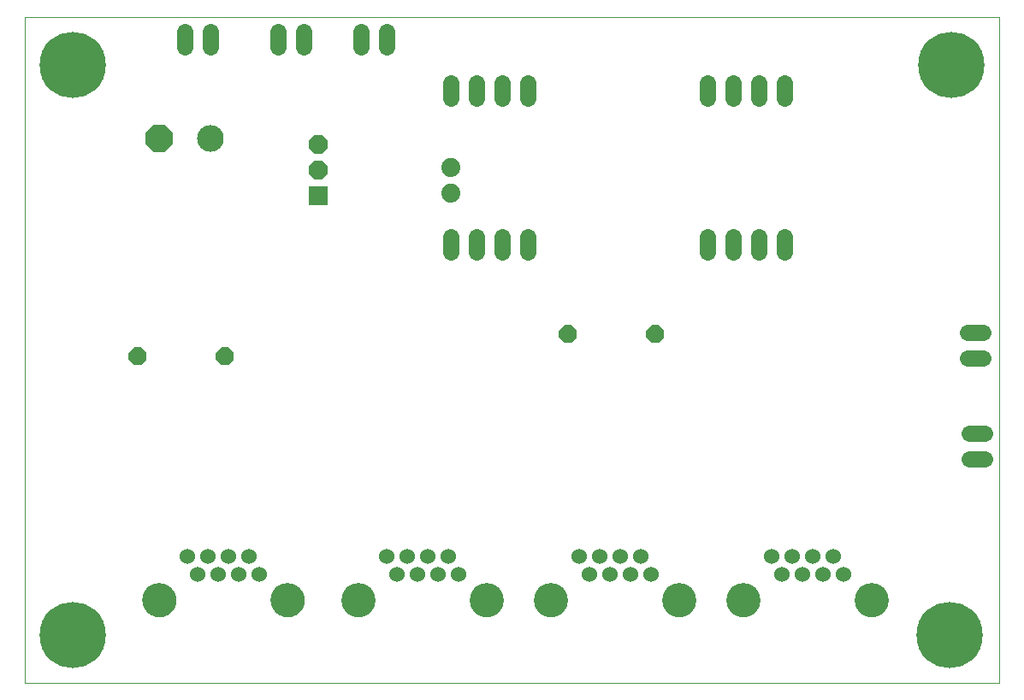
<source format=gbs>
G75*
%MOIN*%
%OFA0B0*%
%FSLAX25Y25*%
%IPPOS*%
%LPD*%
%AMOC8*
5,1,8,0,0,1.08239X$1,22.5*
%
%ADD10C,0.00000*%
%ADD11C,0.10400*%
%ADD12OC8,0.10400*%
%ADD13OC8,0.07000*%
%ADD14C,0.25800*%
%ADD15C,0.06337*%
%ADD16C,0.07400*%
%ADD17R,0.07487X0.07487*%
%ADD18OC8,0.07487*%
%ADD19C,0.13200*%
%ADD20C,0.06000*%
D10*
X0002600Y0002600D02*
X0002600Y0262561D01*
X0382551Y0262561D01*
X0382551Y0002600D01*
X0002600Y0002600D01*
X0048700Y0035100D02*
X0048702Y0035260D01*
X0048708Y0035419D01*
X0048718Y0035578D01*
X0048732Y0035737D01*
X0048750Y0035896D01*
X0048771Y0036054D01*
X0048797Y0036211D01*
X0048827Y0036368D01*
X0048860Y0036524D01*
X0048898Y0036679D01*
X0048939Y0036833D01*
X0048984Y0036986D01*
X0049033Y0037138D01*
X0049086Y0037289D01*
X0049142Y0037438D01*
X0049203Y0037586D01*
X0049266Y0037732D01*
X0049334Y0037877D01*
X0049405Y0038020D01*
X0049479Y0038161D01*
X0049557Y0038300D01*
X0049639Y0038437D01*
X0049724Y0038572D01*
X0049812Y0038705D01*
X0049904Y0038836D01*
X0049998Y0038964D01*
X0050096Y0039090D01*
X0050197Y0039214D01*
X0050301Y0039335D01*
X0050408Y0039453D01*
X0050518Y0039569D01*
X0050631Y0039682D01*
X0050747Y0039792D01*
X0050865Y0039899D01*
X0050986Y0040003D01*
X0051110Y0040104D01*
X0051236Y0040202D01*
X0051364Y0040296D01*
X0051495Y0040388D01*
X0051628Y0040476D01*
X0051763Y0040561D01*
X0051900Y0040643D01*
X0052039Y0040721D01*
X0052180Y0040795D01*
X0052323Y0040866D01*
X0052468Y0040934D01*
X0052614Y0040997D01*
X0052762Y0041058D01*
X0052911Y0041114D01*
X0053062Y0041167D01*
X0053214Y0041216D01*
X0053367Y0041261D01*
X0053521Y0041302D01*
X0053676Y0041340D01*
X0053832Y0041373D01*
X0053989Y0041403D01*
X0054146Y0041429D01*
X0054304Y0041450D01*
X0054463Y0041468D01*
X0054622Y0041482D01*
X0054781Y0041492D01*
X0054940Y0041498D01*
X0055100Y0041500D01*
X0055260Y0041498D01*
X0055419Y0041492D01*
X0055578Y0041482D01*
X0055737Y0041468D01*
X0055896Y0041450D01*
X0056054Y0041429D01*
X0056211Y0041403D01*
X0056368Y0041373D01*
X0056524Y0041340D01*
X0056679Y0041302D01*
X0056833Y0041261D01*
X0056986Y0041216D01*
X0057138Y0041167D01*
X0057289Y0041114D01*
X0057438Y0041058D01*
X0057586Y0040997D01*
X0057732Y0040934D01*
X0057877Y0040866D01*
X0058020Y0040795D01*
X0058161Y0040721D01*
X0058300Y0040643D01*
X0058437Y0040561D01*
X0058572Y0040476D01*
X0058705Y0040388D01*
X0058836Y0040296D01*
X0058964Y0040202D01*
X0059090Y0040104D01*
X0059214Y0040003D01*
X0059335Y0039899D01*
X0059453Y0039792D01*
X0059569Y0039682D01*
X0059682Y0039569D01*
X0059792Y0039453D01*
X0059899Y0039335D01*
X0060003Y0039214D01*
X0060104Y0039090D01*
X0060202Y0038964D01*
X0060296Y0038836D01*
X0060388Y0038705D01*
X0060476Y0038572D01*
X0060561Y0038437D01*
X0060643Y0038300D01*
X0060721Y0038161D01*
X0060795Y0038020D01*
X0060866Y0037877D01*
X0060934Y0037732D01*
X0060997Y0037586D01*
X0061058Y0037438D01*
X0061114Y0037289D01*
X0061167Y0037138D01*
X0061216Y0036986D01*
X0061261Y0036833D01*
X0061302Y0036679D01*
X0061340Y0036524D01*
X0061373Y0036368D01*
X0061403Y0036211D01*
X0061429Y0036054D01*
X0061450Y0035896D01*
X0061468Y0035737D01*
X0061482Y0035578D01*
X0061492Y0035419D01*
X0061498Y0035260D01*
X0061500Y0035100D01*
X0061498Y0034940D01*
X0061492Y0034781D01*
X0061482Y0034622D01*
X0061468Y0034463D01*
X0061450Y0034304D01*
X0061429Y0034146D01*
X0061403Y0033989D01*
X0061373Y0033832D01*
X0061340Y0033676D01*
X0061302Y0033521D01*
X0061261Y0033367D01*
X0061216Y0033214D01*
X0061167Y0033062D01*
X0061114Y0032911D01*
X0061058Y0032762D01*
X0060997Y0032614D01*
X0060934Y0032468D01*
X0060866Y0032323D01*
X0060795Y0032180D01*
X0060721Y0032039D01*
X0060643Y0031900D01*
X0060561Y0031763D01*
X0060476Y0031628D01*
X0060388Y0031495D01*
X0060296Y0031364D01*
X0060202Y0031236D01*
X0060104Y0031110D01*
X0060003Y0030986D01*
X0059899Y0030865D01*
X0059792Y0030747D01*
X0059682Y0030631D01*
X0059569Y0030518D01*
X0059453Y0030408D01*
X0059335Y0030301D01*
X0059214Y0030197D01*
X0059090Y0030096D01*
X0058964Y0029998D01*
X0058836Y0029904D01*
X0058705Y0029812D01*
X0058572Y0029724D01*
X0058437Y0029639D01*
X0058300Y0029557D01*
X0058161Y0029479D01*
X0058020Y0029405D01*
X0057877Y0029334D01*
X0057732Y0029266D01*
X0057586Y0029203D01*
X0057438Y0029142D01*
X0057289Y0029086D01*
X0057138Y0029033D01*
X0056986Y0028984D01*
X0056833Y0028939D01*
X0056679Y0028898D01*
X0056524Y0028860D01*
X0056368Y0028827D01*
X0056211Y0028797D01*
X0056054Y0028771D01*
X0055896Y0028750D01*
X0055737Y0028732D01*
X0055578Y0028718D01*
X0055419Y0028708D01*
X0055260Y0028702D01*
X0055100Y0028700D01*
X0054940Y0028702D01*
X0054781Y0028708D01*
X0054622Y0028718D01*
X0054463Y0028732D01*
X0054304Y0028750D01*
X0054146Y0028771D01*
X0053989Y0028797D01*
X0053832Y0028827D01*
X0053676Y0028860D01*
X0053521Y0028898D01*
X0053367Y0028939D01*
X0053214Y0028984D01*
X0053062Y0029033D01*
X0052911Y0029086D01*
X0052762Y0029142D01*
X0052614Y0029203D01*
X0052468Y0029266D01*
X0052323Y0029334D01*
X0052180Y0029405D01*
X0052039Y0029479D01*
X0051900Y0029557D01*
X0051763Y0029639D01*
X0051628Y0029724D01*
X0051495Y0029812D01*
X0051364Y0029904D01*
X0051236Y0029998D01*
X0051110Y0030096D01*
X0050986Y0030197D01*
X0050865Y0030301D01*
X0050747Y0030408D01*
X0050631Y0030518D01*
X0050518Y0030631D01*
X0050408Y0030747D01*
X0050301Y0030865D01*
X0050197Y0030986D01*
X0050096Y0031110D01*
X0049998Y0031236D01*
X0049904Y0031364D01*
X0049812Y0031495D01*
X0049724Y0031628D01*
X0049639Y0031763D01*
X0049557Y0031900D01*
X0049479Y0032039D01*
X0049405Y0032180D01*
X0049334Y0032323D01*
X0049266Y0032468D01*
X0049203Y0032614D01*
X0049142Y0032762D01*
X0049086Y0032911D01*
X0049033Y0033062D01*
X0048984Y0033214D01*
X0048939Y0033367D01*
X0048898Y0033521D01*
X0048860Y0033676D01*
X0048827Y0033832D01*
X0048797Y0033989D01*
X0048771Y0034146D01*
X0048750Y0034304D01*
X0048732Y0034463D01*
X0048718Y0034622D01*
X0048708Y0034781D01*
X0048702Y0034940D01*
X0048700Y0035100D01*
X0098700Y0035100D02*
X0098702Y0035260D01*
X0098708Y0035419D01*
X0098718Y0035578D01*
X0098732Y0035737D01*
X0098750Y0035896D01*
X0098771Y0036054D01*
X0098797Y0036211D01*
X0098827Y0036368D01*
X0098860Y0036524D01*
X0098898Y0036679D01*
X0098939Y0036833D01*
X0098984Y0036986D01*
X0099033Y0037138D01*
X0099086Y0037289D01*
X0099142Y0037438D01*
X0099203Y0037586D01*
X0099266Y0037732D01*
X0099334Y0037877D01*
X0099405Y0038020D01*
X0099479Y0038161D01*
X0099557Y0038300D01*
X0099639Y0038437D01*
X0099724Y0038572D01*
X0099812Y0038705D01*
X0099904Y0038836D01*
X0099998Y0038964D01*
X0100096Y0039090D01*
X0100197Y0039214D01*
X0100301Y0039335D01*
X0100408Y0039453D01*
X0100518Y0039569D01*
X0100631Y0039682D01*
X0100747Y0039792D01*
X0100865Y0039899D01*
X0100986Y0040003D01*
X0101110Y0040104D01*
X0101236Y0040202D01*
X0101364Y0040296D01*
X0101495Y0040388D01*
X0101628Y0040476D01*
X0101763Y0040561D01*
X0101900Y0040643D01*
X0102039Y0040721D01*
X0102180Y0040795D01*
X0102323Y0040866D01*
X0102468Y0040934D01*
X0102614Y0040997D01*
X0102762Y0041058D01*
X0102911Y0041114D01*
X0103062Y0041167D01*
X0103214Y0041216D01*
X0103367Y0041261D01*
X0103521Y0041302D01*
X0103676Y0041340D01*
X0103832Y0041373D01*
X0103989Y0041403D01*
X0104146Y0041429D01*
X0104304Y0041450D01*
X0104463Y0041468D01*
X0104622Y0041482D01*
X0104781Y0041492D01*
X0104940Y0041498D01*
X0105100Y0041500D01*
X0105260Y0041498D01*
X0105419Y0041492D01*
X0105578Y0041482D01*
X0105737Y0041468D01*
X0105896Y0041450D01*
X0106054Y0041429D01*
X0106211Y0041403D01*
X0106368Y0041373D01*
X0106524Y0041340D01*
X0106679Y0041302D01*
X0106833Y0041261D01*
X0106986Y0041216D01*
X0107138Y0041167D01*
X0107289Y0041114D01*
X0107438Y0041058D01*
X0107586Y0040997D01*
X0107732Y0040934D01*
X0107877Y0040866D01*
X0108020Y0040795D01*
X0108161Y0040721D01*
X0108300Y0040643D01*
X0108437Y0040561D01*
X0108572Y0040476D01*
X0108705Y0040388D01*
X0108836Y0040296D01*
X0108964Y0040202D01*
X0109090Y0040104D01*
X0109214Y0040003D01*
X0109335Y0039899D01*
X0109453Y0039792D01*
X0109569Y0039682D01*
X0109682Y0039569D01*
X0109792Y0039453D01*
X0109899Y0039335D01*
X0110003Y0039214D01*
X0110104Y0039090D01*
X0110202Y0038964D01*
X0110296Y0038836D01*
X0110388Y0038705D01*
X0110476Y0038572D01*
X0110561Y0038437D01*
X0110643Y0038300D01*
X0110721Y0038161D01*
X0110795Y0038020D01*
X0110866Y0037877D01*
X0110934Y0037732D01*
X0110997Y0037586D01*
X0111058Y0037438D01*
X0111114Y0037289D01*
X0111167Y0037138D01*
X0111216Y0036986D01*
X0111261Y0036833D01*
X0111302Y0036679D01*
X0111340Y0036524D01*
X0111373Y0036368D01*
X0111403Y0036211D01*
X0111429Y0036054D01*
X0111450Y0035896D01*
X0111468Y0035737D01*
X0111482Y0035578D01*
X0111492Y0035419D01*
X0111498Y0035260D01*
X0111500Y0035100D01*
X0111498Y0034940D01*
X0111492Y0034781D01*
X0111482Y0034622D01*
X0111468Y0034463D01*
X0111450Y0034304D01*
X0111429Y0034146D01*
X0111403Y0033989D01*
X0111373Y0033832D01*
X0111340Y0033676D01*
X0111302Y0033521D01*
X0111261Y0033367D01*
X0111216Y0033214D01*
X0111167Y0033062D01*
X0111114Y0032911D01*
X0111058Y0032762D01*
X0110997Y0032614D01*
X0110934Y0032468D01*
X0110866Y0032323D01*
X0110795Y0032180D01*
X0110721Y0032039D01*
X0110643Y0031900D01*
X0110561Y0031763D01*
X0110476Y0031628D01*
X0110388Y0031495D01*
X0110296Y0031364D01*
X0110202Y0031236D01*
X0110104Y0031110D01*
X0110003Y0030986D01*
X0109899Y0030865D01*
X0109792Y0030747D01*
X0109682Y0030631D01*
X0109569Y0030518D01*
X0109453Y0030408D01*
X0109335Y0030301D01*
X0109214Y0030197D01*
X0109090Y0030096D01*
X0108964Y0029998D01*
X0108836Y0029904D01*
X0108705Y0029812D01*
X0108572Y0029724D01*
X0108437Y0029639D01*
X0108300Y0029557D01*
X0108161Y0029479D01*
X0108020Y0029405D01*
X0107877Y0029334D01*
X0107732Y0029266D01*
X0107586Y0029203D01*
X0107438Y0029142D01*
X0107289Y0029086D01*
X0107138Y0029033D01*
X0106986Y0028984D01*
X0106833Y0028939D01*
X0106679Y0028898D01*
X0106524Y0028860D01*
X0106368Y0028827D01*
X0106211Y0028797D01*
X0106054Y0028771D01*
X0105896Y0028750D01*
X0105737Y0028732D01*
X0105578Y0028718D01*
X0105419Y0028708D01*
X0105260Y0028702D01*
X0105100Y0028700D01*
X0104940Y0028702D01*
X0104781Y0028708D01*
X0104622Y0028718D01*
X0104463Y0028732D01*
X0104304Y0028750D01*
X0104146Y0028771D01*
X0103989Y0028797D01*
X0103832Y0028827D01*
X0103676Y0028860D01*
X0103521Y0028898D01*
X0103367Y0028939D01*
X0103214Y0028984D01*
X0103062Y0029033D01*
X0102911Y0029086D01*
X0102762Y0029142D01*
X0102614Y0029203D01*
X0102468Y0029266D01*
X0102323Y0029334D01*
X0102180Y0029405D01*
X0102039Y0029479D01*
X0101900Y0029557D01*
X0101763Y0029639D01*
X0101628Y0029724D01*
X0101495Y0029812D01*
X0101364Y0029904D01*
X0101236Y0029998D01*
X0101110Y0030096D01*
X0100986Y0030197D01*
X0100865Y0030301D01*
X0100747Y0030408D01*
X0100631Y0030518D01*
X0100518Y0030631D01*
X0100408Y0030747D01*
X0100301Y0030865D01*
X0100197Y0030986D01*
X0100096Y0031110D01*
X0099998Y0031236D01*
X0099904Y0031364D01*
X0099812Y0031495D01*
X0099724Y0031628D01*
X0099639Y0031763D01*
X0099557Y0031900D01*
X0099479Y0032039D01*
X0099405Y0032180D01*
X0099334Y0032323D01*
X0099266Y0032468D01*
X0099203Y0032614D01*
X0099142Y0032762D01*
X0099086Y0032911D01*
X0099033Y0033062D01*
X0098984Y0033214D01*
X0098939Y0033367D01*
X0098898Y0033521D01*
X0098860Y0033676D01*
X0098827Y0033832D01*
X0098797Y0033989D01*
X0098771Y0034146D01*
X0098750Y0034304D01*
X0098732Y0034463D01*
X0098718Y0034622D01*
X0098708Y0034781D01*
X0098702Y0034940D01*
X0098700Y0035100D01*
X0126200Y0035100D02*
X0126202Y0035260D01*
X0126208Y0035419D01*
X0126218Y0035578D01*
X0126232Y0035737D01*
X0126250Y0035896D01*
X0126271Y0036054D01*
X0126297Y0036211D01*
X0126327Y0036368D01*
X0126360Y0036524D01*
X0126398Y0036679D01*
X0126439Y0036833D01*
X0126484Y0036986D01*
X0126533Y0037138D01*
X0126586Y0037289D01*
X0126642Y0037438D01*
X0126703Y0037586D01*
X0126766Y0037732D01*
X0126834Y0037877D01*
X0126905Y0038020D01*
X0126979Y0038161D01*
X0127057Y0038300D01*
X0127139Y0038437D01*
X0127224Y0038572D01*
X0127312Y0038705D01*
X0127404Y0038836D01*
X0127498Y0038964D01*
X0127596Y0039090D01*
X0127697Y0039214D01*
X0127801Y0039335D01*
X0127908Y0039453D01*
X0128018Y0039569D01*
X0128131Y0039682D01*
X0128247Y0039792D01*
X0128365Y0039899D01*
X0128486Y0040003D01*
X0128610Y0040104D01*
X0128736Y0040202D01*
X0128864Y0040296D01*
X0128995Y0040388D01*
X0129128Y0040476D01*
X0129263Y0040561D01*
X0129400Y0040643D01*
X0129539Y0040721D01*
X0129680Y0040795D01*
X0129823Y0040866D01*
X0129968Y0040934D01*
X0130114Y0040997D01*
X0130262Y0041058D01*
X0130411Y0041114D01*
X0130562Y0041167D01*
X0130714Y0041216D01*
X0130867Y0041261D01*
X0131021Y0041302D01*
X0131176Y0041340D01*
X0131332Y0041373D01*
X0131489Y0041403D01*
X0131646Y0041429D01*
X0131804Y0041450D01*
X0131963Y0041468D01*
X0132122Y0041482D01*
X0132281Y0041492D01*
X0132440Y0041498D01*
X0132600Y0041500D01*
X0132760Y0041498D01*
X0132919Y0041492D01*
X0133078Y0041482D01*
X0133237Y0041468D01*
X0133396Y0041450D01*
X0133554Y0041429D01*
X0133711Y0041403D01*
X0133868Y0041373D01*
X0134024Y0041340D01*
X0134179Y0041302D01*
X0134333Y0041261D01*
X0134486Y0041216D01*
X0134638Y0041167D01*
X0134789Y0041114D01*
X0134938Y0041058D01*
X0135086Y0040997D01*
X0135232Y0040934D01*
X0135377Y0040866D01*
X0135520Y0040795D01*
X0135661Y0040721D01*
X0135800Y0040643D01*
X0135937Y0040561D01*
X0136072Y0040476D01*
X0136205Y0040388D01*
X0136336Y0040296D01*
X0136464Y0040202D01*
X0136590Y0040104D01*
X0136714Y0040003D01*
X0136835Y0039899D01*
X0136953Y0039792D01*
X0137069Y0039682D01*
X0137182Y0039569D01*
X0137292Y0039453D01*
X0137399Y0039335D01*
X0137503Y0039214D01*
X0137604Y0039090D01*
X0137702Y0038964D01*
X0137796Y0038836D01*
X0137888Y0038705D01*
X0137976Y0038572D01*
X0138061Y0038437D01*
X0138143Y0038300D01*
X0138221Y0038161D01*
X0138295Y0038020D01*
X0138366Y0037877D01*
X0138434Y0037732D01*
X0138497Y0037586D01*
X0138558Y0037438D01*
X0138614Y0037289D01*
X0138667Y0037138D01*
X0138716Y0036986D01*
X0138761Y0036833D01*
X0138802Y0036679D01*
X0138840Y0036524D01*
X0138873Y0036368D01*
X0138903Y0036211D01*
X0138929Y0036054D01*
X0138950Y0035896D01*
X0138968Y0035737D01*
X0138982Y0035578D01*
X0138992Y0035419D01*
X0138998Y0035260D01*
X0139000Y0035100D01*
X0138998Y0034940D01*
X0138992Y0034781D01*
X0138982Y0034622D01*
X0138968Y0034463D01*
X0138950Y0034304D01*
X0138929Y0034146D01*
X0138903Y0033989D01*
X0138873Y0033832D01*
X0138840Y0033676D01*
X0138802Y0033521D01*
X0138761Y0033367D01*
X0138716Y0033214D01*
X0138667Y0033062D01*
X0138614Y0032911D01*
X0138558Y0032762D01*
X0138497Y0032614D01*
X0138434Y0032468D01*
X0138366Y0032323D01*
X0138295Y0032180D01*
X0138221Y0032039D01*
X0138143Y0031900D01*
X0138061Y0031763D01*
X0137976Y0031628D01*
X0137888Y0031495D01*
X0137796Y0031364D01*
X0137702Y0031236D01*
X0137604Y0031110D01*
X0137503Y0030986D01*
X0137399Y0030865D01*
X0137292Y0030747D01*
X0137182Y0030631D01*
X0137069Y0030518D01*
X0136953Y0030408D01*
X0136835Y0030301D01*
X0136714Y0030197D01*
X0136590Y0030096D01*
X0136464Y0029998D01*
X0136336Y0029904D01*
X0136205Y0029812D01*
X0136072Y0029724D01*
X0135937Y0029639D01*
X0135800Y0029557D01*
X0135661Y0029479D01*
X0135520Y0029405D01*
X0135377Y0029334D01*
X0135232Y0029266D01*
X0135086Y0029203D01*
X0134938Y0029142D01*
X0134789Y0029086D01*
X0134638Y0029033D01*
X0134486Y0028984D01*
X0134333Y0028939D01*
X0134179Y0028898D01*
X0134024Y0028860D01*
X0133868Y0028827D01*
X0133711Y0028797D01*
X0133554Y0028771D01*
X0133396Y0028750D01*
X0133237Y0028732D01*
X0133078Y0028718D01*
X0132919Y0028708D01*
X0132760Y0028702D01*
X0132600Y0028700D01*
X0132440Y0028702D01*
X0132281Y0028708D01*
X0132122Y0028718D01*
X0131963Y0028732D01*
X0131804Y0028750D01*
X0131646Y0028771D01*
X0131489Y0028797D01*
X0131332Y0028827D01*
X0131176Y0028860D01*
X0131021Y0028898D01*
X0130867Y0028939D01*
X0130714Y0028984D01*
X0130562Y0029033D01*
X0130411Y0029086D01*
X0130262Y0029142D01*
X0130114Y0029203D01*
X0129968Y0029266D01*
X0129823Y0029334D01*
X0129680Y0029405D01*
X0129539Y0029479D01*
X0129400Y0029557D01*
X0129263Y0029639D01*
X0129128Y0029724D01*
X0128995Y0029812D01*
X0128864Y0029904D01*
X0128736Y0029998D01*
X0128610Y0030096D01*
X0128486Y0030197D01*
X0128365Y0030301D01*
X0128247Y0030408D01*
X0128131Y0030518D01*
X0128018Y0030631D01*
X0127908Y0030747D01*
X0127801Y0030865D01*
X0127697Y0030986D01*
X0127596Y0031110D01*
X0127498Y0031236D01*
X0127404Y0031364D01*
X0127312Y0031495D01*
X0127224Y0031628D01*
X0127139Y0031763D01*
X0127057Y0031900D01*
X0126979Y0032039D01*
X0126905Y0032180D01*
X0126834Y0032323D01*
X0126766Y0032468D01*
X0126703Y0032614D01*
X0126642Y0032762D01*
X0126586Y0032911D01*
X0126533Y0033062D01*
X0126484Y0033214D01*
X0126439Y0033367D01*
X0126398Y0033521D01*
X0126360Y0033676D01*
X0126327Y0033832D01*
X0126297Y0033989D01*
X0126271Y0034146D01*
X0126250Y0034304D01*
X0126232Y0034463D01*
X0126218Y0034622D01*
X0126208Y0034781D01*
X0126202Y0034940D01*
X0126200Y0035100D01*
X0176200Y0035100D02*
X0176202Y0035260D01*
X0176208Y0035419D01*
X0176218Y0035578D01*
X0176232Y0035737D01*
X0176250Y0035896D01*
X0176271Y0036054D01*
X0176297Y0036211D01*
X0176327Y0036368D01*
X0176360Y0036524D01*
X0176398Y0036679D01*
X0176439Y0036833D01*
X0176484Y0036986D01*
X0176533Y0037138D01*
X0176586Y0037289D01*
X0176642Y0037438D01*
X0176703Y0037586D01*
X0176766Y0037732D01*
X0176834Y0037877D01*
X0176905Y0038020D01*
X0176979Y0038161D01*
X0177057Y0038300D01*
X0177139Y0038437D01*
X0177224Y0038572D01*
X0177312Y0038705D01*
X0177404Y0038836D01*
X0177498Y0038964D01*
X0177596Y0039090D01*
X0177697Y0039214D01*
X0177801Y0039335D01*
X0177908Y0039453D01*
X0178018Y0039569D01*
X0178131Y0039682D01*
X0178247Y0039792D01*
X0178365Y0039899D01*
X0178486Y0040003D01*
X0178610Y0040104D01*
X0178736Y0040202D01*
X0178864Y0040296D01*
X0178995Y0040388D01*
X0179128Y0040476D01*
X0179263Y0040561D01*
X0179400Y0040643D01*
X0179539Y0040721D01*
X0179680Y0040795D01*
X0179823Y0040866D01*
X0179968Y0040934D01*
X0180114Y0040997D01*
X0180262Y0041058D01*
X0180411Y0041114D01*
X0180562Y0041167D01*
X0180714Y0041216D01*
X0180867Y0041261D01*
X0181021Y0041302D01*
X0181176Y0041340D01*
X0181332Y0041373D01*
X0181489Y0041403D01*
X0181646Y0041429D01*
X0181804Y0041450D01*
X0181963Y0041468D01*
X0182122Y0041482D01*
X0182281Y0041492D01*
X0182440Y0041498D01*
X0182600Y0041500D01*
X0182760Y0041498D01*
X0182919Y0041492D01*
X0183078Y0041482D01*
X0183237Y0041468D01*
X0183396Y0041450D01*
X0183554Y0041429D01*
X0183711Y0041403D01*
X0183868Y0041373D01*
X0184024Y0041340D01*
X0184179Y0041302D01*
X0184333Y0041261D01*
X0184486Y0041216D01*
X0184638Y0041167D01*
X0184789Y0041114D01*
X0184938Y0041058D01*
X0185086Y0040997D01*
X0185232Y0040934D01*
X0185377Y0040866D01*
X0185520Y0040795D01*
X0185661Y0040721D01*
X0185800Y0040643D01*
X0185937Y0040561D01*
X0186072Y0040476D01*
X0186205Y0040388D01*
X0186336Y0040296D01*
X0186464Y0040202D01*
X0186590Y0040104D01*
X0186714Y0040003D01*
X0186835Y0039899D01*
X0186953Y0039792D01*
X0187069Y0039682D01*
X0187182Y0039569D01*
X0187292Y0039453D01*
X0187399Y0039335D01*
X0187503Y0039214D01*
X0187604Y0039090D01*
X0187702Y0038964D01*
X0187796Y0038836D01*
X0187888Y0038705D01*
X0187976Y0038572D01*
X0188061Y0038437D01*
X0188143Y0038300D01*
X0188221Y0038161D01*
X0188295Y0038020D01*
X0188366Y0037877D01*
X0188434Y0037732D01*
X0188497Y0037586D01*
X0188558Y0037438D01*
X0188614Y0037289D01*
X0188667Y0037138D01*
X0188716Y0036986D01*
X0188761Y0036833D01*
X0188802Y0036679D01*
X0188840Y0036524D01*
X0188873Y0036368D01*
X0188903Y0036211D01*
X0188929Y0036054D01*
X0188950Y0035896D01*
X0188968Y0035737D01*
X0188982Y0035578D01*
X0188992Y0035419D01*
X0188998Y0035260D01*
X0189000Y0035100D01*
X0188998Y0034940D01*
X0188992Y0034781D01*
X0188982Y0034622D01*
X0188968Y0034463D01*
X0188950Y0034304D01*
X0188929Y0034146D01*
X0188903Y0033989D01*
X0188873Y0033832D01*
X0188840Y0033676D01*
X0188802Y0033521D01*
X0188761Y0033367D01*
X0188716Y0033214D01*
X0188667Y0033062D01*
X0188614Y0032911D01*
X0188558Y0032762D01*
X0188497Y0032614D01*
X0188434Y0032468D01*
X0188366Y0032323D01*
X0188295Y0032180D01*
X0188221Y0032039D01*
X0188143Y0031900D01*
X0188061Y0031763D01*
X0187976Y0031628D01*
X0187888Y0031495D01*
X0187796Y0031364D01*
X0187702Y0031236D01*
X0187604Y0031110D01*
X0187503Y0030986D01*
X0187399Y0030865D01*
X0187292Y0030747D01*
X0187182Y0030631D01*
X0187069Y0030518D01*
X0186953Y0030408D01*
X0186835Y0030301D01*
X0186714Y0030197D01*
X0186590Y0030096D01*
X0186464Y0029998D01*
X0186336Y0029904D01*
X0186205Y0029812D01*
X0186072Y0029724D01*
X0185937Y0029639D01*
X0185800Y0029557D01*
X0185661Y0029479D01*
X0185520Y0029405D01*
X0185377Y0029334D01*
X0185232Y0029266D01*
X0185086Y0029203D01*
X0184938Y0029142D01*
X0184789Y0029086D01*
X0184638Y0029033D01*
X0184486Y0028984D01*
X0184333Y0028939D01*
X0184179Y0028898D01*
X0184024Y0028860D01*
X0183868Y0028827D01*
X0183711Y0028797D01*
X0183554Y0028771D01*
X0183396Y0028750D01*
X0183237Y0028732D01*
X0183078Y0028718D01*
X0182919Y0028708D01*
X0182760Y0028702D01*
X0182600Y0028700D01*
X0182440Y0028702D01*
X0182281Y0028708D01*
X0182122Y0028718D01*
X0181963Y0028732D01*
X0181804Y0028750D01*
X0181646Y0028771D01*
X0181489Y0028797D01*
X0181332Y0028827D01*
X0181176Y0028860D01*
X0181021Y0028898D01*
X0180867Y0028939D01*
X0180714Y0028984D01*
X0180562Y0029033D01*
X0180411Y0029086D01*
X0180262Y0029142D01*
X0180114Y0029203D01*
X0179968Y0029266D01*
X0179823Y0029334D01*
X0179680Y0029405D01*
X0179539Y0029479D01*
X0179400Y0029557D01*
X0179263Y0029639D01*
X0179128Y0029724D01*
X0178995Y0029812D01*
X0178864Y0029904D01*
X0178736Y0029998D01*
X0178610Y0030096D01*
X0178486Y0030197D01*
X0178365Y0030301D01*
X0178247Y0030408D01*
X0178131Y0030518D01*
X0178018Y0030631D01*
X0177908Y0030747D01*
X0177801Y0030865D01*
X0177697Y0030986D01*
X0177596Y0031110D01*
X0177498Y0031236D01*
X0177404Y0031364D01*
X0177312Y0031495D01*
X0177224Y0031628D01*
X0177139Y0031763D01*
X0177057Y0031900D01*
X0176979Y0032039D01*
X0176905Y0032180D01*
X0176834Y0032323D01*
X0176766Y0032468D01*
X0176703Y0032614D01*
X0176642Y0032762D01*
X0176586Y0032911D01*
X0176533Y0033062D01*
X0176484Y0033214D01*
X0176439Y0033367D01*
X0176398Y0033521D01*
X0176360Y0033676D01*
X0176327Y0033832D01*
X0176297Y0033989D01*
X0176271Y0034146D01*
X0176250Y0034304D01*
X0176232Y0034463D01*
X0176218Y0034622D01*
X0176208Y0034781D01*
X0176202Y0034940D01*
X0176200Y0035100D01*
X0201200Y0035100D02*
X0201202Y0035260D01*
X0201208Y0035419D01*
X0201218Y0035578D01*
X0201232Y0035737D01*
X0201250Y0035896D01*
X0201271Y0036054D01*
X0201297Y0036211D01*
X0201327Y0036368D01*
X0201360Y0036524D01*
X0201398Y0036679D01*
X0201439Y0036833D01*
X0201484Y0036986D01*
X0201533Y0037138D01*
X0201586Y0037289D01*
X0201642Y0037438D01*
X0201703Y0037586D01*
X0201766Y0037732D01*
X0201834Y0037877D01*
X0201905Y0038020D01*
X0201979Y0038161D01*
X0202057Y0038300D01*
X0202139Y0038437D01*
X0202224Y0038572D01*
X0202312Y0038705D01*
X0202404Y0038836D01*
X0202498Y0038964D01*
X0202596Y0039090D01*
X0202697Y0039214D01*
X0202801Y0039335D01*
X0202908Y0039453D01*
X0203018Y0039569D01*
X0203131Y0039682D01*
X0203247Y0039792D01*
X0203365Y0039899D01*
X0203486Y0040003D01*
X0203610Y0040104D01*
X0203736Y0040202D01*
X0203864Y0040296D01*
X0203995Y0040388D01*
X0204128Y0040476D01*
X0204263Y0040561D01*
X0204400Y0040643D01*
X0204539Y0040721D01*
X0204680Y0040795D01*
X0204823Y0040866D01*
X0204968Y0040934D01*
X0205114Y0040997D01*
X0205262Y0041058D01*
X0205411Y0041114D01*
X0205562Y0041167D01*
X0205714Y0041216D01*
X0205867Y0041261D01*
X0206021Y0041302D01*
X0206176Y0041340D01*
X0206332Y0041373D01*
X0206489Y0041403D01*
X0206646Y0041429D01*
X0206804Y0041450D01*
X0206963Y0041468D01*
X0207122Y0041482D01*
X0207281Y0041492D01*
X0207440Y0041498D01*
X0207600Y0041500D01*
X0207760Y0041498D01*
X0207919Y0041492D01*
X0208078Y0041482D01*
X0208237Y0041468D01*
X0208396Y0041450D01*
X0208554Y0041429D01*
X0208711Y0041403D01*
X0208868Y0041373D01*
X0209024Y0041340D01*
X0209179Y0041302D01*
X0209333Y0041261D01*
X0209486Y0041216D01*
X0209638Y0041167D01*
X0209789Y0041114D01*
X0209938Y0041058D01*
X0210086Y0040997D01*
X0210232Y0040934D01*
X0210377Y0040866D01*
X0210520Y0040795D01*
X0210661Y0040721D01*
X0210800Y0040643D01*
X0210937Y0040561D01*
X0211072Y0040476D01*
X0211205Y0040388D01*
X0211336Y0040296D01*
X0211464Y0040202D01*
X0211590Y0040104D01*
X0211714Y0040003D01*
X0211835Y0039899D01*
X0211953Y0039792D01*
X0212069Y0039682D01*
X0212182Y0039569D01*
X0212292Y0039453D01*
X0212399Y0039335D01*
X0212503Y0039214D01*
X0212604Y0039090D01*
X0212702Y0038964D01*
X0212796Y0038836D01*
X0212888Y0038705D01*
X0212976Y0038572D01*
X0213061Y0038437D01*
X0213143Y0038300D01*
X0213221Y0038161D01*
X0213295Y0038020D01*
X0213366Y0037877D01*
X0213434Y0037732D01*
X0213497Y0037586D01*
X0213558Y0037438D01*
X0213614Y0037289D01*
X0213667Y0037138D01*
X0213716Y0036986D01*
X0213761Y0036833D01*
X0213802Y0036679D01*
X0213840Y0036524D01*
X0213873Y0036368D01*
X0213903Y0036211D01*
X0213929Y0036054D01*
X0213950Y0035896D01*
X0213968Y0035737D01*
X0213982Y0035578D01*
X0213992Y0035419D01*
X0213998Y0035260D01*
X0214000Y0035100D01*
X0213998Y0034940D01*
X0213992Y0034781D01*
X0213982Y0034622D01*
X0213968Y0034463D01*
X0213950Y0034304D01*
X0213929Y0034146D01*
X0213903Y0033989D01*
X0213873Y0033832D01*
X0213840Y0033676D01*
X0213802Y0033521D01*
X0213761Y0033367D01*
X0213716Y0033214D01*
X0213667Y0033062D01*
X0213614Y0032911D01*
X0213558Y0032762D01*
X0213497Y0032614D01*
X0213434Y0032468D01*
X0213366Y0032323D01*
X0213295Y0032180D01*
X0213221Y0032039D01*
X0213143Y0031900D01*
X0213061Y0031763D01*
X0212976Y0031628D01*
X0212888Y0031495D01*
X0212796Y0031364D01*
X0212702Y0031236D01*
X0212604Y0031110D01*
X0212503Y0030986D01*
X0212399Y0030865D01*
X0212292Y0030747D01*
X0212182Y0030631D01*
X0212069Y0030518D01*
X0211953Y0030408D01*
X0211835Y0030301D01*
X0211714Y0030197D01*
X0211590Y0030096D01*
X0211464Y0029998D01*
X0211336Y0029904D01*
X0211205Y0029812D01*
X0211072Y0029724D01*
X0210937Y0029639D01*
X0210800Y0029557D01*
X0210661Y0029479D01*
X0210520Y0029405D01*
X0210377Y0029334D01*
X0210232Y0029266D01*
X0210086Y0029203D01*
X0209938Y0029142D01*
X0209789Y0029086D01*
X0209638Y0029033D01*
X0209486Y0028984D01*
X0209333Y0028939D01*
X0209179Y0028898D01*
X0209024Y0028860D01*
X0208868Y0028827D01*
X0208711Y0028797D01*
X0208554Y0028771D01*
X0208396Y0028750D01*
X0208237Y0028732D01*
X0208078Y0028718D01*
X0207919Y0028708D01*
X0207760Y0028702D01*
X0207600Y0028700D01*
X0207440Y0028702D01*
X0207281Y0028708D01*
X0207122Y0028718D01*
X0206963Y0028732D01*
X0206804Y0028750D01*
X0206646Y0028771D01*
X0206489Y0028797D01*
X0206332Y0028827D01*
X0206176Y0028860D01*
X0206021Y0028898D01*
X0205867Y0028939D01*
X0205714Y0028984D01*
X0205562Y0029033D01*
X0205411Y0029086D01*
X0205262Y0029142D01*
X0205114Y0029203D01*
X0204968Y0029266D01*
X0204823Y0029334D01*
X0204680Y0029405D01*
X0204539Y0029479D01*
X0204400Y0029557D01*
X0204263Y0029639D01*
X0204128Y0029724D01*
X0203995Y0029812D01*
X0203864Y0029904D01*
X0203736Y0029998D01*
X0203610Y0030096D01*
X0203486Y0030197D01*
X0203365Y0030301D01*
X0203247Y0030408D01*
X0203131Y0030518D01*
X0203018Y0030631D01*
X0202908Y0030747D01*
X0202801Y0030865D01*
X0202697Y0030986D01*
X0202596Y0031110D01*
X0202498Y0031236D01*
X0202404Y0031364D01*
X0202312Y0031495D01*
X0202224Y0031628D01*
X0202139Y0031763D01*
X0202057Y0031900D01*
X0201979Y0032039D01*
X0201905Y0032180D01*
X0201834Y0032323D01*
X0201766Y0032468D01*
X0201703Y0032614D01*
X0201642Y0032762D01*
X0201586Y0032911D01*
X0201533Y0033062D01*
X0201484Y0033214D01*
X0201439Y0033367D01*
X0201398Y0033521D01*
X0201360Y0033676D01*
X0201327Y0033832D01*
X0201297Y0033989D01*
X0201271Y0034146D01*
X0201250Y0034304D01*
X0201232Y0034463D01*
X0201218Y0034622D01*
X0201208Y0034781D01*
X0201202Y0034940D01*
X0201200Y0035100D01*
X0251200Y0035100D02*
X0251202Y0035260D01*
X0251208Y0035419D01*
X0251218Y0035578D01*
X0251232Y0035737D01*
X0251250Y0035896D01*
X0251271Y0036054D01*
X0251297Y0036211D01*
X0251327Y0036368D01*
X0251360Y0036524D01*
X0251398Y0036679D01*
X0251439Y0036833D01*
X0251484Y0036986D01*
X0251533Y0037138D01*
X0251586Y0037289D01*
X0251642Y0037438D01*
X0251703Y0037586D01*
X0251766Y0037732D01*
X0251834Y0037877D01*
X0251905Y0038020D01*
X0251979Y0038161D01*
X0252057Y0038300D01*
X0252139Y0038437D01*
X0252224Y0038572D01*
X0252312Y0038705D01*
X0252404Y0038836D01*
X0252498Y0038964D01*
X0252596Y0039090D01*
X0252697Y0039214D01*
X0252801Y0039335D01*
X0252908Y0039453D01*
X0253018Y0039569D01*
X0253131Y0039682D01*
X0253247Y0039792D01*
X0253365Y0039899D01*
X0253486Y0040003D01*
X0253610Y0040104D01*
X0253736Y0040202D01*
X0253864Y0040296D01*
X0253995Y0040388D01*
X0254128Y0040476D01*
X0254263Y0040561D01*
X0254400Y0040643D01*
X0254539Y0040721D01*
X0254680Y0040795D01*
X0254823Y0040866D01*
X0254968Y0040934D01*
X0255114Y0040997D01*
X0255262Y0041058D01*
X0255411Y0041114D01*
X0255562Y0041167D01*
X0255714Y0041216D01*
X0255867Y0041261D01*
X0256021Y0041302D01*
X0256176Y0041340D01*
X0256332Y0041373D01*
X0256489Y0041403D01*
X0256646Y0041429D01*
X0256804Y0041450D01*
X0256963Y0041468D01*
X0257122Y0041482D01*
X0257281Y0041492D01*
X0257440Y0041498D01*
X0257600Y0041500D01*
X0257760Y0041498D01*
X0257919Y0041492D01*
X0258078Y0041482D01*
X0258237Y0041468D01*
X0258396Y0041450D01*
X0258554Y0041429D01*
X0258711Y0041403D01*
X0258868Y0041373D01*
X0259024Y0041340D01*
X0259179Y0041302D01*
X0259333Y0041261D01*
X0259486Y0041216D01*
X0259638Y0041167D01*
X0259789Y0041114D01*
X0259938Y0041058D01*
X0260086Y0040997D01*
X0260232Y0040934D01*
X0260377Y0040866D01*
X0260520Y0040795D01*
X0260661Y0040721D01*
X0260800Y0040643D01*
X0260937Y0040561D01*
X0261072Y0040476D01*
X0261205Y0040388D01*
X0261336Y0040296D01*
X0261464Y0040202D01*
X0261590Y0040104D01*
X0261714Y0040003D01*
X0261835Y0039899D01*
X0261953Y0039792D01*
X0262069Y0039682D01*
X0262182Y0039569D01*
X0262292Y0039453D01*
X0262399Y0039335D01*
X0262503Y0039214D01*
X0262604Y0039090D01*
X0262702Y0038964D01*
X0262796Y0038836D01*
X0262888Y0038705D01*
X0262976Y0038572D01*
X0263061Y0038437D01*
X0263143Y0038300D01*
X0263221Y0038161D01*
X0263295Y0038020D01*
X0263366Y0037877D01*
X0263434Y0037732D01*
X0263497Y0037586D01*
X0263558Y0037438D01*
X0263614Y0037289D01*
X0263667Y0037138D01*
X0263716Y0036986D01*
X0263761Y0036833D01*
X0263802Y0036679D01*
X0263840Y0036524D01*
X0263873Y0036368D01*
X0263903Y0036211D01*
X0263929Y0036054D01*
X0263950Y0035896D01*
X0263968Y0035737D01*
X0263982Y0035578D01*
X0263992Y0035419D01*
X0263998Y0035260D01*
X0264000Y0035100D01*
X0263998Y0034940D01*
X0263992Y0034781D01*
X0263982Y0034622D01*
X0263968Y0034463D01*
X0263950Y0034304D01*
X0263929Y0034146D01*
X0263903Y0033989D01*
X0263873Y0033832D01*
X0263840Y0033676D01*
X0263802Y0033521D01*
X0263761Y0033367D01*
X0263716Y0033214D01*
X0263667Y0033062D01*
X0263614Y0032911D01*
X0263558Y0032762D01*
X0263497Y0032614D01*
X0263434Y0032468D01*
X0263366Y0032323D01*
X0263295Y0032180D01*
X0263221Y0032039D01*
X0263143Y0031900D01*
X0263061Y0031763D01*
X0262976Y0031628D01*
X0262888Y0031495D01*
X0262796Y0031364D01*
X0262702Y0031236D01*
X0262604Y0031110D01*
X0262503Y0030986D01*
X0262399Y0030865D01*
X0262292Y0030747D01*
X0262182Y0030631D01*
X0262069Y0030518D01*
X0261953Y0030408D01*
X0261835Y0030301D01*
X0261714Y0030197D01*
X0261590Y0030096D01*
X0261464Y0029998D01*
X0261336Y0029904D01*
X0261205Y0029812D01*
X0261072Y0029724D01*
X0260937Y0029639D01*
X0260800Y0029557D01*
X0260661Y0029479D01*
X0260520Y0029405D01*
X0260377Y0029334D01*
X0260232Y0029266D01*
X0260086Y0029203D01*
X0259938Y0029142D01*
X0259789Y0029086D01*
X0259638Y0029033D01*
X0259486Y0028984D01*
X0259333Y0028939D01*
X0259179Y0028898D01*
X0259024Y0028860D01*
X0258868Y0028827D01*
X0258711Y0028797D01*
X0258554Y0028771D01*
X0258396Y0028750D01*
X0258237Y0028732D01*
X0258078Y0028718D01*
X0257919Y0028708D01*
X0257760Y0028702D01*
X0257600Y0028700D01*
X0257440Y0028702D01*
X0257281Y0028708D01*
X0257122Y0028718D01*
X0256963Y0028732D01*
X0256804Y0028750D01*
X0256646Y0028771D01*
X0256489Y0028797D01*
X0256332Y0028827D01*
X0256176Y0028860D01*
X0256021Y0028898D01*
X0255867Y0028939D01*
X0255714Y0028984D01*
X0255562Y0029033D01*
X0255411Y0029086D01*
X0255262Y0029142D01*
X0255114Y0029203D01*
X0254968Y0029266D01*
X0254823Y0029334D01*
X0254680Y0029405D01*
X0254539Y0029479D01*
X0254400Y0029557D01*
X0254263Y0029639D01*
X0254128Y0029724D01*
X0253995Y0029812D01*
X0253864Y0029904D01*
X0253736Y0029998D01*
X0253610Y0030096D01*
X0253486Y0030197D01*
X0253365Y0030301D01*
X0253247Y0030408D01*
X0253131Y0030518D01*
X0253018Y0030631D01*
X0252908Y0030747D01*
X0252801Y0030865D01*
X0252697Y0030986D01*
X0252596Y0031110D01*
X0252498Y0031236D01*
X0252404Y0031364D01*
X0252312Y0031495D01*
X0252224Y0031628D01*
X0252139Y0031763D01*
X0252057Y0031900D01*
X0251979Y0032039D01*
X0251905Y0032180D01*
X0251834Y0032323D01*
X0251766Y0032468D01*
X0251703Y0032614D01*
X0251642Y0032762D01*
X0251586Y0032911D01*
X0251533Y0033062D01*
X0251484Y0033214D01*
X0251439Y0033367D01*
X0251398Y0033521D01*
X0251360Y0033676D01*
X0251327Y0033832D01*
X0251297Y0033989D01*
X0251271Y0034146D01*
X0251250Y0034304D01*
X0251232Y0034463D01*
X0251218Y0034622D01*
X0251208Y0034781D01*
X0251202Y0034940D01*
X0251200Y0035100D01*
X0276200Y0035100D02*
X0276202Y0035260D01*
X0276208Y0035419D01*
X0276218Y0035578D01*
X0276232Y0035737D01*
X0276250Y0035896D01*
X0276271Y0036054D01*
X0276297Y0036211D01*
X0276327Y0036368D01*
X0276360Y0036524D01*
X0276398Y0036679D01*
X0276439Y0036833D01*
X0276484Y0036986D01*
X0276533Y0037138D01*
X0276586Y0037289D01*
X0276642Y0037438D01*
X0276703Y0037586D01*
X0276766Y0037732D01*
X0276834Y0037877D01*
X0276905Y0038020D01*
X0276979Y0038161D01*
X0277057Y0038300D01*
X0277139Y0038437D01*
X0277224Y0038572D01*
X0277312Y0038705D01*
X0277404Y0038836D01*
X0277498Y0038964D01*
X0277596Y0039090D01*
X0277697Y0039214D01*
X0277801Y0039335D01*
X0277908Y0039453D01*
X0278018Y0039569D01*
X0278131Y0039682D01*
X0278247Y0039792D01*
X0278365Y0039899D01*
X0278486Y0040003D01*
X0278610Y0040104D01*
X0278736Y0040202D01*
X0278864Y0040296D01*
X0278995Y0040388D01*
X0279128Y0040476D01*
X0279263Y0040561D01*
X0279400Y0040643D01*
X0279539Y0040721D01*
X0279680Y0040795D01*
X0279823Y0040866D01*
X0279968Y0040934D01*
X0280114Y0040997D01*
X0280262Y0041058D01*
X0280411Y0041114D01*
X0280562Y0041167D01*
X0280714Y0041216D01*
X0280867Y0041261D01*
X0281021Y0041302D01*
X0281176Y0041340D01*
X0281332Y0041373D01*
X0281489Y0041403D01*
X0281646Y0041429D01*
X0281804Y0041450D01*
X0281963Y0041468D01*
X0282122Y0041482D01*
X0282281Y0041492D01*
X0282440Y0041498D01*
X0282600Y0041500D01*
X0282760Y0041498D01*
X0282919Y0041492D01*
X0283078Y0041482D01*
X0283237Y0041468D01*
X0283396Y0041450D01*
X0283554Y0041429D01*
X0283711Y0041403D01*
X0283868Y0041373D01*
X0284024Y0041340D01*
X0284179Y0041302D01*
X0284333Y0041261D01*
X0284486Y0041216D01*
X0284638Y0041167D01*
X0284789Y0041114D01*
X0284938Y0041058D01*
X0285086Y0040997D01*
X0285232Y0040934D01*
X0285377Y0040866D01*
X0285520Y0040795D01*
X0285661Y0040721D01*
X0285800Y0040643D01*
X0285937Y0040561D01*
X0286072Y0040476D01*
X0286205Y0040388D01*
X0286336Y0040296D01*
X0286464Y0040202D01*
X0286590Y0040104D01*
X0286714Y0040003D01*
X0286835Y0039899D01*
X0286953Y0039792D01*
X0287069Y0039682D01*
X0287182Y0039569D01*
X0287292Y0039453D01*
X0287399Y0039335D01*
X0287503Y0039214D01*
X0287604Y0039090D01*
X0287702Y0038964D01*
X0287796Y0038836D01*
X0287888Y0038705D01*
X0287976Y0038572D01*
X0288061Y0038437D01*
X0288143Y0038300D01*
X0288221Y0038161D01*
X0288295Y0038020D01*
X0288366Y0037877D01*
X0288434Y0037732D01*
X0288497Y0037586D01*
X0288558Y0037438D01*
X0288614Y0037289D01*
X0288667Y0037138D01*
X0288716Y0036986D01*
X0288761Y0036833D01*
X0288802Y0036679D01*
X0288840Y0036524D01*
X0288873Y0036368D01*
X0288903Y0036211D01*
X0288929Y0036054D01*
X0288950Y0035896D01*
X0288968Y0035737D01*
X0288982Y0035578D01*
X0288992Y0035419D01*
X0288998Y0035260D01*
X0289000Y0035100D01*
X0288998Y0034940D01*
X0288992Y0034781D01*
X0288982Y0034622D01*
X0288968Y0034463D01*
X0288950Y0034304D01*
X0288929Y0034146D01*
X0288903Y0033989D01*
X0288873Y0033832D01*
X0288840Y0033676D01*
X0288802Y0033521D01*
X0288761Y0033367D01*
X0288716Y0033214D01*
X0288667Y0033062D01*
X0288614Y0032911D01*
X0288558Y0032762D01*
X0288497Y0032614D01*
X0288434Y0032468D01*
X0288366Y0032323D01*
X0288295Y0032180D01*
X0288221Y0032039D01*
X0288143Y0031900D01*
X0288061Y0031763D01*
X0287976Y0031628D01*
X0287888Y0031495D01*
X0287796Y0031364D01*
X0287702Y0031236D01*
X0287604Y0031110D01*
X0287503Y0030986D01*
X0287399Y0030865D01*
X0287292Y0030747D01*
X0287182Y0030631D01*
X0287069Y0030518D01*
X0286953Y0030408D01*
X0286835Y0030301D01*
X0286714Y0030197D01*
X0286590Y0030096D01*
X0286464Y0029998D01*
X0286336Y0029904D01*
X0286205Y0029812D01*
X0286072Y0029724D01*
X0285937Y0029639D01*
X0285800Y0029557D01*
X0285661Y0029479D01*
X0285520Y0029405D01*
X0285377Y0029334D01*
X0285232Y0029266D01*
X0285086Y0029203D01*
X0284938Y0029142D01*
X0284789Y0029086D01*
X0284638Y0029033D01*
X0284486Y0028984D01*
X0284333Y0028939D01*
X0284179Y0028898D01*
X0284024Y0028860D01*
X0283868Y0028827D01*
X0283711Y0028797D01*
X0283554Y0028771D01*
X0283396Y0028750D01*
X0283237Y0028732D01*
X0283078Y0028718D01*
X0282919Y0028708D01*
X0282760Y0028702D01*
X0282600Y0028700D01*
X0282440Y0028702D01*
X0282281Y0028708D01*
X0282122Y0028718D01*
X0281963Y0028732D01*
X0281804Y0028750D01*
X0281646Y0028771D01*
X0281489Y0028797D01*
X0281332Y0028827D01*
X0281176Y0028860D01*
X0281021Y0028898D01*
X0280867Y0028939D01*
X0280714Y0028984D01*
X0280562Y0029033D01*
X0280411Y0029086D01*
X0280262Y0029142D01*
X0280114Y0029203D01*
X0279968Y0029266D01*
X0279823Y0029334D01*
X0279680Y0029405D01*
X0279539Y0029479D01*
X0279400Y0029557D01*
X0279263Y0029639D01*
X0279128Y0029724D01*
X0278995Y0029812D01*
X0278864Y0029904D01*
X0278736Y0029998D01*
X0278610Y0030096D01*
X0278486Y0030197D01*
X0278365Y0030301D01*
X0278247Y0030408D01*
X0278131Y0030518D01*
X0278018Y0030631D01*
X0277908Y0030747D01*
X0277801Y0030865D01*
X0277697Y0030986D01*
X0277596Y0031110D01*
X0277498Y0031236D01*
X0277404Y0031364D01*
X0277312Y0031495D01*
X0277224Y0031628D01*
X0277139Y0031763D01*
X0277057Y0031900D01*
X0276979Y0032039D01*
X0276905Y0032180D01*
X0276834Y0032323D01*
X0276766Y0032468D01*
X0276703Y0032614D01*
X0276642Y0032762D01*
X0276586Y0032911D01*
X0276533Y0033062D01*
X0276484Y0033214D01*
X0276439Y0033367D01*
X0276398Y0033521D01*
X0276360Y0033676D01*
X0276327Y0033832D01*
X0276297Y0033989D01*
X0276271Y0034146D01*
X0276250Y0034304D01*
X0276232Y0034463D01*
X0276218Y0034622D01*
X0276208Y0034781D01*
X0276202Y0034940D01*
X0276200Y0035100D01*
X0326200Y0035100D02*
X0326202Y0035260D01*
X0326208Y0035419D01*
X0326218Y0035578D01*
X0326232Y0035737D01*
X0326250Y0035896D01*
X0326271Y0036054D01*
X0326297Y0036211D01*
X0326327Y0036368D01*
X0326360Y0036524D01*
X0326398Y0036679D01*
X0326439Y0036833D01*
X0326484Y0036986D01*
X0326533Y0037138D01*
X0326586Y0037289D01*
X0326642Y0037438D01*
X0326703Y0037586D01*
X0326766Y0037732D01*
X0326834Y0037877D01*
X0326905Y0038020D01*
X0326979Y0038161D01*
X0327057Y0038300D01*
X0327139Y0038437D01*
X0327224Y0038572D01*
X0327312Y0038705D01*
X0327404Y0038836D01*
X0327498Y0038964D01*
X0327596Y0039090D01*
X0327697Y0039214D01*
X0327801Y0039335D01*
X0327908Y0039453D01*
X0328018Y0039569D01*
X0328131Y0039682D01*
X0328247Y0039792D01*
X0328365Y0039899D01*
X0328486Y0040003D01*
X0328610Y0040104D01*
X0328736Y0040202D01*
X0328864Y0040296D01*
X0328995Y0040388D01*
X0329128Y0040476D01*
X0329263Y0040561D01*
X0329400Y0040643D01*
X0329539Y0040721D01*
X0329680Y0040795D01*
X0329823Y0040866D01*
X0329968Y0040934D01*
X0330114Y0040997D01*
X0330262Y0041058D01*
X0330411Y0041114D01*
X0330562Y0041167D01*
X0330714Y0041216D01*
X0330867Y0041261D01*
X0331021Y0041302D01*
X0331176Y0041340D01*
X0331332Y0041373D01*
X0331489Y0041403D01*
X0331646Y0041429D01*
X0331804Y0041450D01*
X0331963Y0041468D01*
X0332122Y0041482D01*
X0332281Y0041492D01*
X0332440Y0041498D01*
X0332600Y0041500D01*
X0332760Y0041498D01*
X0332919Y0041492D01*
X0333078Y0041482D01*
X0333237Y0041468D01*
X0333396Y0041450D01*
X0333554Y0041429D01*
X0333711Y0041403D01*
X0333868Y0041373D01*
X0334024Y0041340D01*
X0334179Y0041302D01*
X0334333Y0041261D01*
X0334486Y0041216D01*
X0334638Y0041167D01*
X0334789Y0041114D01*
X0334938Y0041058D01*
X0335086Y0040997D01*
X0335232Y0040934D01*
X0335377Y0040866D01*
X0335520Y0040795D01*
X0335661Y0040721D01*
X0335800Y0040643D01*
X0335937Y0040561D01*
X0336072Y0040476D01*
X0336205Y0040388D01*
X0336336Y0040296D01*
X0336464Y0040202D01*
X0336590Y0040104D01*
X0336714Y0040003D01*
X0336835Y0039899D01*
X0336953Y0039792D01*
X0337069Y0039682D01*
X0337182Y0039569D01*
X0337292Y0039453D01*
X0337399Y0039335D01*
X0337503Y0039214D01*
X0337604Y0039090D01*
X0337702Y0038964D01*
X0337796Y0038836D01*
X0337888Y0038705D01*
X0337976Y0038572D01*
X0338061Y0038437D01*
X0338143Y0038300D01*
X0338221Y0038161D01*
X0338295Y0038020D01*
X0338366Y0037877D01*
X0338434Y0037732D01*
X0338497Y0037586D01*
X0338558Y0037438D01*
X0338614Y0037289D01*
X0338667Y0037138D01*
X0338716Y0036986D01*
X0338761Y0036833D01*
X0338802Y0036679D01*
X0338840Y0036524D01*
X0338873Y0036368D01*
X0338903Y0036211D01*
X0338929Y0036054D01*
X0338950Y0035896D01*
X0338968Y0035737D01*
X0338982Y0035578D01*
X0338992Y0035419D01*
X0338998Y0035260D01*
X0339000Y0035100D01*
X0338998Y0034940D01*
X0338992Y0034781D01*
X0338982Y0034622D01*
X0338968Y0034463D01*
X0338950Y0034304D01*
X0338929Y0034146D01*
X0338903Y0033989D01*
X0338873Y0033832D01*
X0338840Y0033676D01*
X0338802Y0033521D01*
X0338761Y0033367D01*
X0338716Y0033214D01*
X0338667Y0033062D01*
X0338614Y0032911D01*
X0338558Y0032762D01*
X0338497Y0032614D01*
X0338434Y0032468D01*
X0338366Y0032323D01*
X0338295Y0032180D01*
X0338221Y0032039D01*
X0338143Y0031900D01*
X0338061Y0031763D01*
X0337976Y0031628D01*
X0337888Y0031495D01*
X0337796Y0031364D01*
X0337702Y0031236D01*
X0337604Y0031110D01*
X0337503Y0030986D01*
X0337399Y0030865D01*
X0337292Y0030747D01*
X0337182Y0030631D01*
X0337069Y0030518D01*
X0336953Y0030408D01*
X0336835Y0030301D01*
X0336714Y0030197D01*
X0336590Y0030096D01*
X0336464Y0029998D01*
X0336336Y0029904D01*
X0336205Y0029812D01*
X0336072Y0029724D01*
X0335937Y0029639D01*
X0335800Y0029557D01*
X0335661Y0029479D01*
X0335520Y0029405D01*
X0335377Y0029334D01*
X0335232Y0029266D01*
X0335086Y0029203D01*
X0334938Y0029142D01*
X0334789Y0029086D01*
X0334638Y0029033D01*
X0334486Y0028984D01*
X0334333Y0028939D01*
X0334179Y0028898D01*
X0334024Y0028860D01*
X0333868Y0028827D01*
X0333711Y0028797D01*
X0333554Y0028771D01*
X0333396Y0028750D01*
X0333237Y0028732D01*
X0333078Y0028718D01*
X0332919Y0028708D01*
X0332760Y0028702D01*
X0332600Y0028700D01*
X0332440Y0028702D01*
X0332281Y0028708D01*
X0332122Y0028718D01*
X0331963Y0028732D01*
X0331804Y0028750D01*
X0331646Y0028771D01*
X0331489Y0028797D01*
X0331332Y0028827D01*
X0331176Y0028860D01*
X0331021Y0028898D01*
X0330867Y0028939D01*
X0330714Y0028984D01*
X0330562Y0029033D01*
X0330411Y0029086D01*
X0330262Y0029142D01*
X0330114Y0029203D01*
X0329968Y0029266D01*
X0329823Y0029334D01*
X0329680Y0029405D01*
X0329539Y0029479D01*
X0329400Y0029557D01*
X0329263Y0029639D01*
X0329128Y0029724D01*
X0328995Y0029812D01*
X0328864Y0029904D01*
X0328736Y0029998D01*
X0328610Y0030096D01*
X0328486Y0030197D01*
X0328365Y0030301D01*
X0328247Y0030408D01*
X0328131Y0030518D01*
X0328018Y0030631D01*
X0327908Y0030747D01*
X0327801Y0030865D01*
X0327697Y0030986D01*
X0327596Y0031110D01*
X0327498Y0031236D01*
X0327404Y0031364D01*
X0327312Y0031495D01*
X0327224Y0031628D01*
X0327139Y0031763D01*
X0327057Y0031900D01*
X0326979Y0032039D01*
X0326905Y0032180D01*
X0326834Y0032323D01*
X0326766Y0032468D01*
X0326703Y0032614D01*
X0326642Y0032762D01*
X0326586Y0032911D01*
X0326533Y0033062D01*
X0326484Y0033214D01*
X0326439Y0033367D01*
X0326398Y0033521D01*
X0326360Y0033676D01*
X0326327Y0033832D01*
X0326297Y0033989D01*
X0326271Y0034146D01*
X0326250Y0034304D01*
X0326232Y0034463D01*
X0326218Y0034622D01*
X0326208Y0034781D01*
X0326202Y0034940D01*
X0326200Y0035100D01*
D11*
X0075100Y0215100D03*
D12*
X0055100Y0215100D03*
D13*
X0046850Y0130100D03*
X0080850Y0130100D03*
X0214350Y0138850D03*
X0248350Y0138850D03*
D14*
X0363800Y0243800D03*
X0363112Y0021400D03*
X0021325Y0021325D03*
X0021325Y0243875D03*
D15*
X0065100Y0250881D02*
X0065100Y0256819D01*
X0075100Y0256819D02*
X0075100Y0250881D01*
X0101350Y0250881D02*
X0101350Y0256819D01*
X0111350Y0256819D02*
X0111350Y0250881D01*
X0133850Y0250881D02*
X0133850Y0256819D01*
X0143850Y0256819D02*
X0143850Y0250881D01*
X0168850Y0236819D02*
X0168850Y0230881D01*
X0178850Y0230881D02*
X0178850Y0236819D01*
X0188850Y0236819D02*
X0188850Y0230881D01*
X0198850Y0230881D02*
X0198850Y0236819D01*
X0268850Y0236819D02*
X0268850Y0230881D01*
X0278850Y0230881D02*
X0278850Y0236819D01*
X0288850Y0236819D02*
X0288850Y0230881D01*
X0298850Y0230881D02*
X0298850Y0236819D01*
X0298850Y0176819D02*
X0298850Y0170881D01*
X0288850Y0170881D02*
X0288850Y0176819D01*
X0278850Y0176819D02*
X0278850Y0170881D01*
X0268850Y0170881D02*
X0268850Y0176819D01*
X0198850Y0176819D02*
X0198850Y0170881D01*
X0188850Y0170881D02*
X0188850Y0176819D01*
X0178850Y0176819D02*
X0178850Y0170881D01*
X0168850Y0170881D02*
X0168850Y0176819D01*
X0370244Y0139488D02*
X0376181Y0139488D01*
X0376181Y0129487D02*
X0370244Y0129487D01*
X0370756Y0100100D02*
X0376694Y0100100D01*
X0376694Y0090100D02*
X0370756Y0090100D01*
D16*
X0168850Y0193850D03*
X0168850Y0203850D03*
D17*
X0117256Y0192600D03*
D18*
X0117256Y0202600D03*
X0117256Y0212600D03*
D19*
X0105100Y0035100D03*
X0132600Y0035100D03*
X0182600Y0035100D03*
X0207600Y0035100D03*
X0257600Y0035100D03*
X0282600Y0035100D03*
X0332600Y0035100D03*
X0055100Y0035100D03*
D20*
X0070100Y0045100D03*
X0078100Y0045100D03*
X0086100Y0045100D03*
X0094100Y0045100D03*
X0090100Y0052100D03*
X0082100Y0052100D03*
X0074100Y0052100D03*
X0066100Y0052100D03*
X0143600Y0052100D03*
X0151600Y0052100D03*
X0159600Y0052100D03*
X0167600Y0052100D03*
X0163600Y0045100D03*
X0155600Y0045100D03*
X0147600Y0045100D03*
X0171600Y0045100D03*
X0218600Y0052100D03*
X0226600Y0052100D03*
X0234600Y0052100D03*
X0242600Y0052100D03*
X0238600Y0045100D03*
X0230600Y0045100D03*
X0222600Y0045100D03*
X0246600Y0045100D03*
X0293600Y0052100D03*
X0301600Y0052100D03*
X0309600Y0052100D03*
X0317600Y0052100D03*
X0313600Y0045100D03*
X0305600Y0045100D03*
X0297600Y0045100D03*
X0321600Y0045100D03*
M02*

</source>
